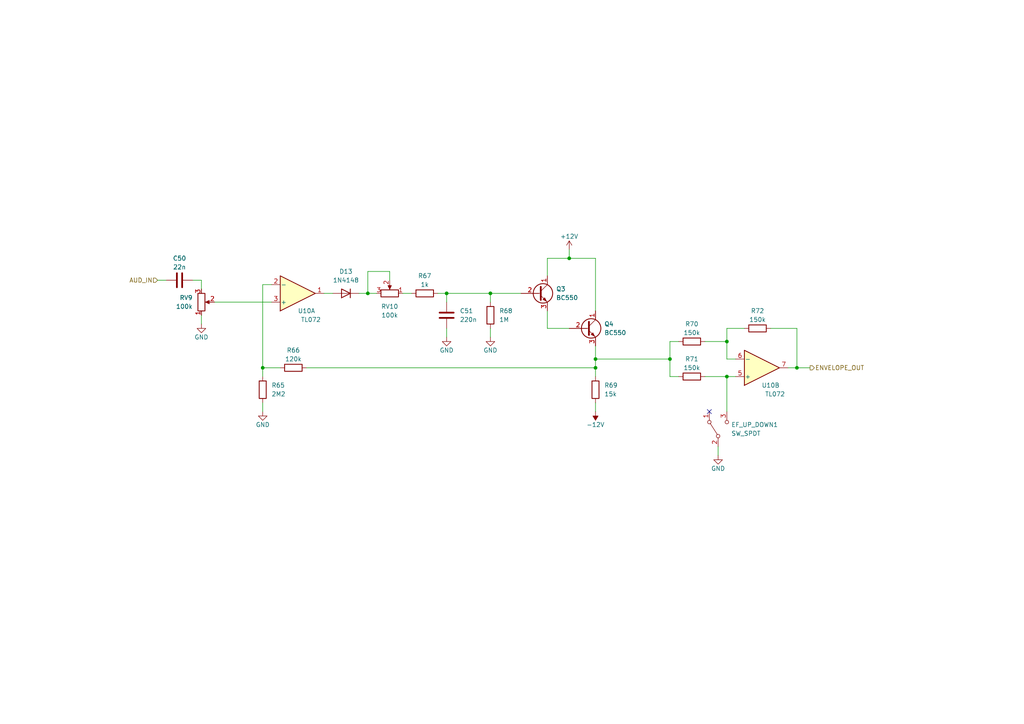
<source format=kicad_sch>
(kicad_sch (version 20211123) (generator eeschema)
  (paper "A4")
  (title_block (title "A.P. Joystick VCF pedal") (date "2022-01-14") (rev "0") (comment 2 "creativecommons.org/licenses/by/4.0") (comment 3 "License: CC by 4.0") (comment 4 "Author: Jordan Aceto"))
  (lib_symbols
    (symbol "Amplifier_Operational:TL072" (pin_names (offset 0.127))
      (property "Reference" "U" (at 0 5.08 0))
      (property "Value" "TL072" (at 0 -5.08 0))
      (symbol "TL072_1_1"
        (polyline (pts (xy -5.08 5.08) (xy 5.08 0) (xy -5.08 -5.08) (xy -5.08 5.08)) (stroke (width 0.254)) (fill (type background)))
        (pin output line (at 7.62 0 180) (length 2.54) (name "~") (number "1"))
        (pin input line (at -7.62 -2.54 0) (length 2.54) (name "-") (number "2"))
        (pin input line (at -7.62 2.54 0) (length 2.54) (name "+") (number "3"))
      )
      (symbol "TL072_2_1"
        (polyline (pts (xy -5.08 5.08) (xy 5.08 0) (xy -5.08 -5.08) (xy -5.08 5.08)) (stroke (width 0.254)) (fill (type background)))
        (pin input line (at -7.62 2.54 0) (length 2.54) (name "+") (number "5"))
        (pin input line (at -7.62 -2.54 0) (length 2.54) (name "-") (number "6"))
        (pin output line (at 7.62 0 180) (length 2.54) (name "~") (number "7"))
      )
      (symbol "TL072_3_1"
        (pin power_in line (at -2.54 -7.62 90) (length 3.81) (name "V-") (number "4"))
        (pin power_in line (at -2.54 7.62 270) (length 3.81) (name "V+") (number "8"))
      )
    )
    (symbol "Device:C" (pin_numbers hide) (pin_names (offset 0.254))
      (property "Reference" "C" (at 0.635 2.54 0))
      (property "Value" "C" (at 0.635 -2.54 0))
      (symbol "C_0_1"
        (polyline (pts (xy -2.032 -0.762) (xy 2.032 -0.762)) (stroke (width 0.508)))
        (polyline (pts (xy -2.032 0.762) (xy 2.032 0.762)) (stroke (width 0.508)))
      )
      (symbol "C_1_1"
        (pin passive line (at 0 3.81 270) (length 2.794) (name "~") (number "1"))
        (pin passive line (at 0 -3.81 90) (length 2.794) (name "~") (number "2"))
      )
    )
    (symbol "Device:R" (pin_numbers hide) (pin_names (offset 0))
      (property "Reference" "R" (at 2.032 0 90))
      (property "Value" "R" (at 0 0 90))
      (symbol "R_0_1"
        (rectangle (start -1.016 -2.54) (end 1.016 2.54) (stroke (width 0.254)))
      )
      (symbol "R_1_1"
        (pin passive line (at 0 3.81 270) (length 1.27) (name "~") (number "1"))
        (pin passive line (at 0 -3.81 90) (length 1.27) (name "~") (number "2"))
      )
    )
    (symbol "Device:R_Potentiometer" (pin_names (offset 1.016) hide)
      (property "Reference" "RV" (at -4.445 0 90))
      (property "Value" "R_Potentiometer" (at -2.54 0 90))
      (symbol "R_Potentiometer_0_1"
        (polyline (pts (xy 2.54 0) (xy 1.524 0)))
        (polyline (pts (xy 1.143 0) (xy 2.286 0.508) (xy 2.286 -0.508) (xy 1.143 0)) (fill (type outline)))
        (rectangle (start 1.016 2.54) (end -1.016 -2.54) (stroke (width 0.254)))
      )
      (symbol "R_Potentiometer_1_1"
        (pin passive line (at 0 3.81 270) (length 1.27) (name "1") (number "1"))
        (pin passive line (at 3.81 0 180) (length 1.27) (name "2") (number "2"))
        (pin passive line (at 0 -3.81 90) (length 1.27) (name "3") (number "3"))
      )
    )
    (symbol "Diode:1N4148" (pin_numbers hide) (pin_names (offset 1.016) hide)
      (property "Reference" "D" (at 0 2.54 0))
      (property "Value" "1N4148" (at 0 -2.54 0))
      (symbol "1N4148_0_1"
        (polyline (pts (xy -1.27 1.27) (xy -1.27 -1.27)) (stroke (width 0.254)))
        (polyline (pts (xy 1.27 0) (xy -1.27 0)))
        (polyline (pts (xy 1.27 1.27) (xy 1.27 -1.27) (xy -1.27 0) (xy 1.27 1.27)) (stroke (width 0.254)))
      )
      (symbol "1N4148_1_1"
        (pin passive line (at -3.81 0 0) (length 2.54) (name "K") (number "1"))
        (pin passive line (at 3.81 0 180) (length 2.54) (name "A") (number "2"))
      )
    )
    (symbol "Switch:SW_SPDT" (pin_names (offset 0) hide)
      (property "Reference" "SW" (at 0 4.318 0))
      (property "Value" "SW_SPDT" (at 0 -5.08 0))
      (symbol "SW_SPDT_0_0"
        (circle (center -2.032 0) (radius 0.508))
        (circle (center 2.032 -2.54) (radius 0.508))
      )
      (symbol "SW_SPDT_0_1"
        (polyline (pts (xy -1.524 0.254) (xy 1.651 2.286)))
        (circle (center 2.032 2.54) (radius 0.508))
      )
      (symbol "SW_SPDT_1_1"
        (pin passive line (at 5.08 2.54 180) (length 2.54) (name "A") (number "1"))
        (pin passive line (at -5.08 0 0) (length 2.54) (name "B") (number "2"))
        (pin passive line (at 5.08 -2.54 180) (length 2.54) (name "C") (number "3"))
      )
    )
    (symbol "Transistor_BJT:BC550" (pin_names (offset 0) hide)
      (property "Reference" "Q" (at 5.08 1.905 0))
      (property "Value" "BC550" (at 5.08 0 0))
      (symbol "BC550_0_1"
        (polyline (pts (xy 0 0) (xy 0.635 0)))
        (polyline (pts (xy 0.635 0.635) (xy 2.54 2.54)))
        (polyline (pts (xy 0.635 -0.635) (xy 2.54 -2.54) (xy 2.54 -2.54)))
        (polyline (pts (xy 0.635 1.905) (xy 0.635 -1.905) (xy 0.635 -1.905)) (stroke (width 0.508)))
        (polyline (pts (xy 1.27 -1.778) (xy 1.778 -1.27) (xy 2.286 -2.286) (xy 1.27 -1.778) (xy 1.27 -1.778)) (fill (type outline)))
        (circle (center 1.27 0) (radius 2.8194) (stroke (width 0.254)))
      )
      (symbol "BC550_1_1"
        (pin passive line (at 2.54 5.08 270) (length 2.54) (name "C") (number "1"))
        (pin input line (at -5.08 0 0) (length 5.08) (name "B") (number "2"))
        (pin passive line (at 2.54 -5.08 90) (length 2.54) (name "E") (number "3"))
      )
    )
    (symbol "power:+12V" (power) (pin_names (offset 0))
      (property "Value" "+12V" (at 0 3.556 0))
      (symbol "+12V_0_1"
        (polyline (pts (xy -0.762 1.27) (xy 0 2.54)))
        (polyline (pts (xy 0 0) (xy 0 2.54)))
        (polyline (pts (xy 0 2.54) (xy 0.762 1.27)))
      )
      (symbol "+12V_1_1"
        (pin power_in line (at 0 0 90) (length 0) hide (name "+12V") (number "1"))
      )
    )
    (symbol "power:-12V" (power) (pin_names (offset 0))
      (property "Value" "-12V" (at 0 3.81 0))
      (symbol "-12V_0_0"
        (pin power_in line (at 0 0 90) (length 0) hide (name "-12V") (number "1"))
      )
      (symbol "-12V_0_1"
        (polyline (pts (xy 0 0) (xy 0 1.27) (xy 0.762 1.27) (xy 0 2.54) (xy -0.762 1.27) (xy 0 1.27)) (fill (type outline)))
      )
    )
    (symbol "power:GND" (power) (pin_names (offset 0))
      (property "Value" "GND" (at 0 -3.81 0))
      (symbol "GND_0_1"
        (polyline (pts (xy 0 0) (xy 0 -1.27) (xy 1.27 -1.27) (xy 0 -2.54) (xy -1.27 -1.27) (xy 0 -1.27)))
      )
      (symbol "GND_1_1"
        (pin power_in line (at 0 0 270) (length 0) hide (name "GND") (number "1"))
      )
    )
  )
  (junction (at 172.72 104.14))
  (junction (at 106.68 85.09))
  (junction (at 129.54 85.09))
  (junction (at 210.82 109.22))
  (junction (at 172.72 106.68))
  (junction (at 165.1 74.93))
  (junction (at 194.31 104.14))
  (junction (at 231.14 106.68))
  (junction (at 142.24 85.09))
  (junction (at 76.2 106.68))
  (junction (at 210.82 99.06))
  (no_connect (at 205.74 119.38))
  (wire (pts (xy 208.28 129.54) (xy 208.28 132.08)))
  (wire (pts (xy 231.14 106.68) (xy 231.14 95.25)))
  (wire (pts (xy 142.24 95.25) (xy 142.24 97.79)))
  (wire (pts (xy 76.2 106.68) (xy 76.2 109.22)))
  (wire (pts (xy 142.24 87.63) (xy 142.24 85.09)))
  (wire (pts (xy 204.47 109.22) (xy 210.82 109.22)))
  (wire (pts (xy 88.9 106.68) (xy 172.72 106.68)))
  (wire (pts (xy 204.47 99.06) (xy 210.82 99.06)))
  (wire (pts (xy 113.03 78.74) (xy 113.03 81.28)))
  (wire (pts (xy 129.54 95.25) (xy 129.54 97.79)))
  (wire (pts (xy 158.75 74.93) (xy 165.1 74.93)))
  (wire (pts (xy 142.24 85.09) (xy 151.13 85.09)))
  (wire (pts (xy 129.54 85.09) (xy 127 85.09)))
  (wire (pts (xy 81.28 106.68) (xy 76.2 106.68)))
  (wire (pts (xy 196.85 109.22) (xy 194.31 109.22)))
  (wire (pts (xy 58.42 81.28) (xy 55.88 81.28)))
  (wire (pts (xy 223.52 95.25) (xy 231.14 95.25)))
  (wire (pts (xy 106.68 78.74) (xy 113.03 78.74)))
  (wire (pts (xy 116.84 85.09) (xy 119.38 85.09)))
  (wire (pts (xy 172.72 74.93) (xy 172.72 90.17)))
  (wire (pts (xy 172.72 100.33) (xy 172.72 104.14)))
  (wire (pts (xy 228.6 106.68) (xy 231.14 106.68)))
  (wire (pts (xy 210.82 99.06) (xy 210.82 95.25)))
  (wire (pts (xy 78.74 82.55) (xy 76.2 82.55)))
  (wire (pts (xy 213.36 104.14) (xy 210.82 104.14)))
  (wire (pts (xy 165.1 72.39) (xy 165.1 74.93)))
  (wire (pts (xy 58.42 91.44) (xy 58.42 93.98)))
  (wire (pts (xy 231.14 106.68) (xy 234.95 106.68)))
  (wire (pts (xy 58.42 83.82) (xy 58.42 81.28)))
  (wire (pts (xy 194.31 99.06) (xy 196.85 99.06)))
  (wire (pts (xy 106.68 85.09) (xy 109.22 85.09)))
  (wire (pts (xy 210.82 104.14) (xy 210.82 99.06)))
  (wire (pts (xy 210.82 109.22) (xy 213.36 109.22)))
  (wire (pts (xy 76.2 82.55) (xy 76.2 106.68)))
  (wire (pts (xy 210.82 109.22) (xy 210.82 119.38)))
  (wire (pts (xy 165.1 95.25) (xy 158.75 95.25)))
  (wire (pts (xy 93.98 85.09) (xy 96.52 85.09)))
  (wire (pts (xy 158.75 80.01) (xy 158.75 74.93)))
  (wire (pts (xy 194.31 104.14) (xy 194.31 99.06)))
  (wire (pts (xy 142.24 85.09) (xy 129.54 85.09)))
  (wire (pts (xy 62.23 87.63) (xy 78.74 87.63)))
  (wire (pts (xy 172.72 104.14) (xy 172.72 106.68)))
  (wire (pts (xy 172.72 106.68) (xy 172.72 109.22)))
  (wire (pts (xy 210.82 95.25) (xy 215.9 95.25)))
  (wire (pts (xy 129.54 87.63) (xy 129.54 85.09)))
  (wire (pts (xy 194.31 109.22) (xy 194.31 104.14)))
  (wire (pts (xy 172.72 104.14) (xy 194.31 104.14)))
  (wire (pts (xy 158.75 95.25) (xy 158.75 90.17)))
  (wire (pts (xy 106.68 85.09) (xy 106.68 78.74)))
  (wire (pts (xy 104.14 85.09) (xy 106.68 85.09)))
  (wire (pts (xy 45.72 81.28) (xy 48.26 81.28)))
  (wire (pts (xy 172.72 116.84) (xy 172.72 119.38)))
  (wire (pts (xy 76.2 116.84) (xy 76.2 119.38)))
  (wire (pts (xy 165.1 74.93) (xy 172.72 74.93)))
  (hierarchical_label "ENVELOPE_OUT" (shape output) (at 234.95 106.68 0))
  (hierarchical_label "AUD_IN" (shape input) (at 45.72 81.28 180))
  (symbol (lib_id "Amplifier_Operational:TL072") (at 220.98 106.68 0) (mirror x) (unit 2)
    (property "Reference" "U10" (at 223.52 111.76 0))
    (property "Value" "TL072" (at 224.79 114.3 0))
    (property "Datasheet" "http://www.ti.com/lit/ds/symlink/tl071.pdf" (effects hide))
  )
  (symbol (lib_id "Device:R") (at 85.09 106.68 90) (unit 1)
    (property "Reference" "R66" (at 85.09 101.6 90))
    (property "Value" "120k" (at 85.09 104.14 90))
  )
  (symbol (lib_id "Device:C") (at 129.54 91.44 0) (unit 1)
    (property "Reference" "C51" (at 133.35 90.1699 0) (effects (justify left)))
    (property "Value" "220n" (at 133.35 92.7099 0) (effects (justify left)))
  )
  (symbol (lib_id "power:+12V") (at 165.1 72.39 0) (unit 1)
    (property "Reference" "#PWR062" (effects hide))
    (property "Value" "+12V" (at 165.1 68.58 0))
  )
  (symbol (lib_id "Transistor_BJT:BC550") (at 170.18 95.25 0) (unit 1)
    (property "Reference" "Q4" (at 175.26 93.9799 0) (effects (justify left)))
    (property "Value" "BC550" (at 175.26 96.5199 0) (effects (justify left)))
    (property "Footprint" "Package_TO_SOT_THT:TO-92_Inline" (effects hide))
    (property "Datasheet" "https://www.onsemi.com/pub/Collateral/BC550-D.pdf" (effects hide))
  )
  (symbol (lib_id "Device:R") (at 200.66 109.22 90) (unit 1)
    (property "Reference" "R71" (at 200.66 104.14 90))
    (property "Value" "150k" (at 200.66 106.68 90))
  )
  (symbol (lib_id "power:GND") (at 129.54 97.79 0) (unit 1)
    (property "Reference" "#PWR060" (effects hide))
    (property "Value" "GND" (at 129.54 101.6 0))
  )
  (symbol (lib_id "Device:R") (at 76.2 113.03 0) (unit 1)
    (property "Reference" "R65" (at 78.74 111.7599 0) (effects (justify left)))
    (property "Value" "2M2" (at 78.74 114.2999 0) (effects (justify left)))
  )
  (symbol (lib_id "Device:R") (at 172.72 113.03 0) (unit 1)
    (property "Reference" "R69" (at 175.26 111.7599 0) (effects (justify left)))
    (property "Value" "15k" (at 175.26 114.2999 0) (effects (justify left)))
  )
  (symbol (lib_id "Device:C") (at 52.07 81.28 90) (unit 1)
    (property "Reference" "C50" (at 52.07 74.93 90))
    (property "Value" "22n" (at 52.07 77.47 90))
  )
  (symbol (lib_id "Device:R") (at 123.19 85.09 90) (unit 1)
    (property "Reference" "R67" (at 123.19 80.01 90))
    (property "Value" "1k" (at 123.19 82.55 90))
  )
  (symbol (lib_id "power:GND") (at 142.24 97.79 0) (unit 1)
    (property "Reference" "#PWR061" (effects hide))
    (property "Value" "GND" (at 142.24 101.6 0))
  )
  (symbol (lib_id "Device:R") (at 200.66 99.06 90) (unit 1)
    (property "Reference" "R70" (at 200.66 93.98 90))
    (property "Value" "150k" (at 200.66 96.52 90))
  )
  (symbol (lib_id "power:GND") (at 58.42 93.98 0) (unit 1)
    (property "Reference" "#PWR058" (effects hide))
    (property "Value" "GND" (at 58.42 97.79 0))
  )
  (symbol (lib_id "Device:R") (at 219.71 95.25 90) (unit 1)
    (property "Reference" "R72" (at 219.71 90.17 90))
    (property "Value" "150k" (at 219.71 92.71 90))
  )
  (symbol (lib_id "Transistor_BJT:BC550") (at 156.21 85.09 0) (unit 1)
    (property "Reference" "Q3" (at 161.29 83.8199 0) (effects (justify left)))
    (property "Value" "BC550" (at 161.29 86.3599 0) (effects (justify left)))
    (property "Footprint" "Package_TO_SOT_THT:TO-92_Inline" (effects hide))
    (property "Datasheet" "https://www.onsemi.com/pub/Collateral/BC550-D.pdf" (effects hide))
  )
  (symbol (lib_id "Device:R_Potentiometer") (at 58.42 87.63 0) (mirror x) (unit 1)
    (property "Reference" "RV9" (at 55.88 86.3599 0) (effects (justify right)))
    (property "Value" "100k" (at 55.88 88.8999 0) (effects (justify right)))
  )
  (symbol (lib_id "Device:R") (at 142.24 91.44 0) (unit 1)
    (property "Reference" "R68" (at 144.78 90.1699 0) (effects (justify left)))
    (property "Value" "1M" (at 144.78 92.7099 0) (effects (justify left)))
  )
  (symbol (lib_id "Amplifier_Operational:TL072") (at 86.36 85.09 0) (mirror x) (unit 1)
    (property "Reference" "U10" (at 88.9 90.17 0))
    (property "Value" "TL072" (at 90.17 92.71 0))
    (property "Datasheet" "http://www.ti.com/lit/ds/symlink/tl071.pdf" (effects hide))
  )
  (symbol (lib_id "Diode:1N4148") (at 100.33 85.09 180) (unit 1)
    (property "Reference" "D13" (at 100.33 78.74 0))
    (property "Value" "1N4148" (at 100.33 81.28 0))
    (property "Footprint" "Diode_THT:D_DO-35_SOD27_P7.62mm_Horizontal" (effects hide))
    (property "Datasheet" "https://assets.nexperia.com/documents/data-sheet/1N4148_1N4448.pdf" (effects hide))
  )
  (symbol (lib_id "power:-12V") (at 172.72 119.38 180) (unit 1)
    (property "Reference" "#PWR063" (effects hide))
    (property "Value" "-12V" (at 172.72 123.19 0))
  )
  (symbol (lib_id "power:GND") (at 208.28 132.08 0) (unit 1)
    (property "Reference" "#PWR064" (effects hide))
    (property "Value" "GND" (at 208.28 135.89 0))
  )
  (symbol (lib_id "power:GND") (at 76.2 119.38 0) (unit 1)
    (property "Reference" "#PWR059" (effects hide))
    (property "Value" "GND" (at 76.2 123.19 0))
  )
  (symbol (lib_id "Device:R_Potentiometer") (at 113.03 85.09 270) (mirror x) (unit 1)
    (property "Reference" "RV10" (at 113.03 88.9 90))
    (property "Value" "100k" (at 113.03 91.44 90))
  )
  (symbol (lib_id "Switch:SW_SPDT") (at 208.28 124.46 90) (unit 1)
    (property "Reference" "EF_UP_DOWN1" (at 212.09 123.1899 90) (effects (justify right)))
    (property "Value" "SW_SPDT" (at 212.09 125.7299 90) (effects (justify right)))
  )
)
</source>
